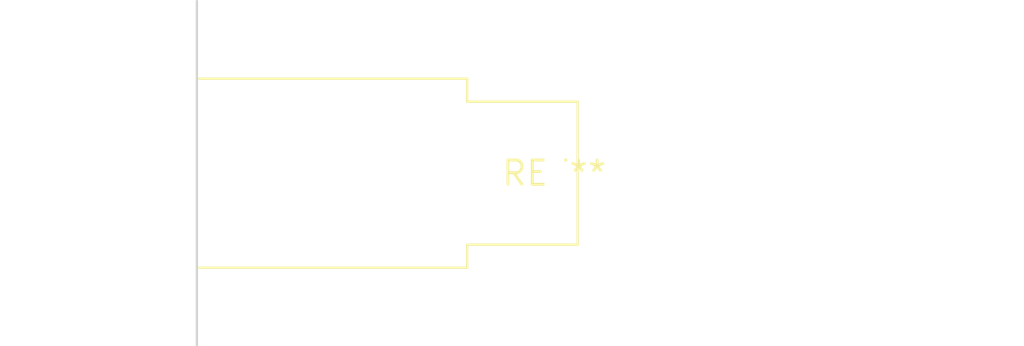
<source format=kicad_pcb>
(kicad_pcb (version 20240108) (generator pcbnew)
  (layers (0 "F.Cu" signal) (31 "B.Cu" signal) (34 "B.Paste" user) (35 "F.Paste" user) (36 "B.SilkS" user "B.Silkscreen") (37 "F.SilkS" user "F.Silkscreen") (38 "B.Mask" user) (39 "F.Mask" user) (44 "Edge.Cuts" user))
  (net 0 "")
  (footprint "BarrelJack_SwitchcraftConxall_RAPC10U_Horizontal" (layer "F.Cu") (at 0 0)
    (property "Reference" "REF**")
    (property "Value" "BarrelJack_SwitchcraftConxall_RAPC10U_Horizontal")
    (fp_line (start -18.55 4.945) (end -4.55 4.945) (layer "F.SilkS") (stroke (width 0.12)))
    (fp_line (start -4.55 -4.945) (end -18.55 -4.945) (layer "F.SilkS") (stroke (width 0.12)))
    (fp_line (start -4.55 -3.74) (end -4.55 -4.945) (layer "F.SilkS") (stroke (width 0.12)))
    (fp_line (start -4.55 3.74) (end 1.22 3.74) (layer "F.SilkS") (stroke (width 0.12)))
    (fp_line (start -4.55 4.945) (end -4.55 3.74) (layer "F.SilkS") (stroke (width 0.12)))
    (fp_line (start 1.22 -3.74) (end -4.55 -3.74) (layer "F.SilkS") (stroke (width 0.12)))
    (fp_line (start 1.22 3.74) (end 1.22 -3.74) (layer "F.SilkS") (stroke (width 0.12)))
    (fp_line (start -18.67 -9) (end -18.67 9) (layer "Edge.Cuts") (stroke (width 0.12)))
    (pad "1" thru_hole rect (at 0 0) (size 2.02 5.02) (drill oval 1.02 4.02) (layers *.Cu *.Mask) (remove_unused_layers))
    (pad "2" thru_hole oval (at -5.18 0) (size 2.02 5.02) (drill oval 1.02 4.02) (layers *.Cu *.Mask) (remove_unused_layers))
  )
)
</source>
